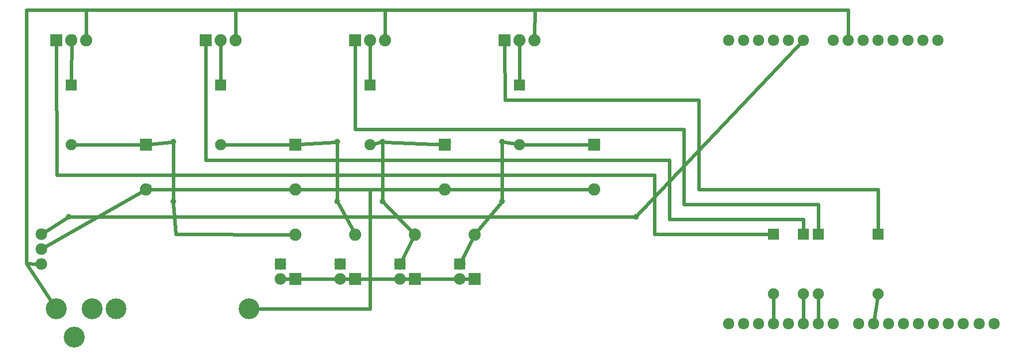
<source format=gbl>
G04 MADE WITH FRITZING*
G04 WWW.FRITZING.ORG*
G04 DOUBLE SIDED*
G04 HOLES PLATED*
G04 CONTOUR ON CENTER OF CONTOUR VECTOR*
%ASAXBY*%
%FSLAX23Y23*%
%MOIN*%
%OFA0B0*%
%SFA1.0B1.0*%
%ADD10C,0.075833*%
%ADD11C,0.082000*%
%ADD12C,0.075000*%
%ADD13C,0.078000*%
%ADD14C,0.138889*%
%ADD15C,0.140000*%
%ADD16C,0.039370*%
%ADD17R,0.082000X0.082000*%
%ADD18R,0.075000X0.075000*%
%ADD19R,0.078000X0.078000*%
%ADD20C,0.024000*%
%LNCOPPER0*%
G90*
G70*
G54D10*
X6555Y222D03*
X6455Y222D03*
X6348Y222D03*
X6248Y222D03*
X6148Y222D03*
X6048Y222D03*
X5948Y222D03*
X5848Y222D03*
X5748Y222D03*
X5648Y222D03*
X5478Y222D03*
X5378Y222D03*
X5278Y222D03*
X5178Y222D03*
X5078Y222D03*
X4978Y222D03*
X4878Y222D03*
X4778Y222D03*
X6178Y2122D03*
X6078Y2122D03*
X5978Y2122D03*
X5878Y2122D03*
X5778Y2122D03*
X5678Y2122D03*
X5578Y2122D03*
X5478Y2122D03*
X5278Y2122D03*
X5178Y2122D03*
X5078Y2122D03*
X4978Y2122D03*
X4878Y2122D03*
X4778Y2122D03*
G54D11*
X278Y2122D03*
X378Y2122D03*
X478Y2122D03*
X1278Y2122D03*
X1378Y2122D03*
X1478Y2122D03*
X2278Y2122D03*
X2378Y2122D03*
X2478Y2122D03*
X3278Y2122D03*
X3378Y2122D03*
X3478Y2122D03*
X1878Y1422D03*
X1878Y1122D03*
X878Y1422D03*
X878Y1122D03*
X3878Y1422D03*
X3878Y1122D03*
X2878Y1422D03*
X2878Y1122D03*
G54D12*
X378Y1822D03*
X378Y1422D03*
X5378Y822D03*
X5378Y422D03*
X5278Y822D03*
X5278Y422D03*
X5778Y822D03*
X5778Y422D03*
X3378Y1822D03*
X3378Y1422D03*
X2378Y1822D03*
X2378Y1422D03*
X1378Y1822D03*
X1378Y1422D03*
X5078Y822D03*
X5078Y422D03*
G54D13*
X1778Y622D03*
X1778Y522D03*
X2578Y622D03*
X2578Y522D03*
X2978Y622D03*
X2978Y522D03*
X2178Y622D03*
X2178Y522D03*
G54D11*
X1878Y522D03*
X1878Y820D03*
X3078Y522D03*
X3078Y820D03*
X2278Y522D03*
X2278Y820D03*
X2678Y522D03*
X2678Y820D03*
G54D14*
X678Y322D03*
X1566Y322D03*
G54D13*
X178Y822D03*
X178Y722D03*
X178Y622D03*
G54D15*
X518Y322D03*
X278Y322D03*
X398Y132D03*
G54D16*
X3262Y1041D03*
X3262Y1441D03*
X361Y940D03*
X4159Y940D03*
X2462Y1441D03*
X2462Y1041D03*
X2159Y1041D03*
X2159Y1441D03*
X1060Y1041D03*
X1060Y1441D03*
G54D17*
X278Y2122D03*
X1278Y2122D03*
X2278Y2122D03*
X3278Y2122D03*
X1878Y1422D03*
X878Y1422D03*
X3878Y1422D03*
X2878Y1422D03*
G54D18*
X378Y1822D03*
X5378Y822D03*
X5278Y822D03*
X5778Y822D03*
X3378Y1822D03*
X2378Y1822D03*
X1378Y1822D03*
X5078Y822D03*
G54D19*
X1778Y622D03*
X2578Y622D03*
X2978Y622D03*
X2178Y622D03*
G54D17*
X1878Y521D03*
X3078Y521D03*
X2278Y521D03*
X2678Y521D03*
G54D20*
X280Y1220D02*
X4280Y1220D01*
D02*
X4280Y823D02*
X5049Y822D01*
D02*
X4280Y1220D02*
X4280Y823D01*
D02*
X278Y2090D02*
X280Y1220D01*
D02*
X5279Y922D02*
X5278Y851D01*
D02*
X1279Y1320D02*
X4380Y1320D01*
D02*
X4380Y1320D02*
X4380Y922D01*
D02*
X4380Y922D02*
X5279Y922D01*
D02*
X1278Y2090D02*
X1279Y1320D01*
D02*
X4479Y1022D02*
X4479Y1524D01*
D02*
X5378Y1022D02*
X4479Y1022D01*
D02*
X4479Y1524D02*
X2278Y1524D01*
D02*
X2278Y1524D02*
X2278Y2090D01*
D02*
X5378Y851D02*
X5378Y1022D01*
D02*
X5776Y1121D02*
X5778Y851D01*
D02*
X3280Y1722D02*
X4577Y1722D01*
D02*
X4578Y1121D02*
X5776Y1121D01*
D02*
X4577Y1722D02*
X4578Y1121D01*
D02*
X3278Y2090D02*
X3280Y1722D01*
D02*
X3378Y2090D02*
X3378Y1851D01*
D02*
X2378Y2090D02*
X2378Y1851D01*
D02*
X1378Y2090D02*
X1378Y1851D01*
D02*
X380Y2125D02*
X378Y1851D01*
D02*
X397Y2148D02*
X380Y2125D01*
D02*
X1846Y1122D02*
X910Y1122D01*
D02*
X2377Y1121D02*
X1910Y1122D01*
D02*
X2846Y1122D02*
X2377Y1121D01*
D02*
X2910Y1122D02*
X3846Y1122D01*
D02*
X2378Y322D02*
X1608Y322D01*
D02*
X2378Y522D02*
X2378Y322D01*
D02*
X2377Y1121D02*
X2378Y522D01*
D02*
X76Y624D02*
X244Y373D01*
D02*
X76Y2324D02*
X76Y624D01*
D02*
X479Y2324D02*
X76Y2324D01*
D02*
X478Y2154D02*
X479Y2324D01*
D02*
X76Y624D02*
X148Y623D01*
D02*
X1478Y2324D02*
X1478Y2154D01*
D02*
X479Y2324D02*
X1478Y2324D01*
D02*
X2476Y2324D02*
X2478Y2154D01*
D02*
X1478Y2324D02*
X2476Y2324D01*
D02*
X2476Y2324D02*
X2478Y2154D01*
D02*
X3480Y2324D02*
X2476Y2324D01*
D02*
X3478Y2154D02*
X3480Y2324D01*
D02*
X5577Y2324D02*
X5578Y2150D01*
D02*
X3480Y2324D02*
X5577Y2324D01*
D02*
X2608Y522D02*
X2646Y522D01*
D02*
X2246Y522D02*
X2208Y522D01*
D02*
X1808Y522D02*
X1846Y522D01*
D02*
X2148Y522D02*
X1910Y522D01*
D02*
X3046Y522D02*
X3008Y522D01*
D02*
X2710Y522D02*
X2948Y522D01*
D02*
X2378Y522D02*
X2310Y522D01*
D02*
X2378Y522D02*
X2548Y522D01*
D02*
X3262Y1060D02*
X3262Y1422D01*
D02*
X3281Y1438D02*
X3350Y1427D01*
D02*
X3098Y845D02*
X3250Y1027D01*
D02*
X3063Y792D02*
X2991Y649D01*
D02*
X3846Y1422D02*
X3406Y1422D01*
D02*
X2880Y1423D02*
X2907Y1437D01*
D02*
X2481Y1440D02*
X2880Y1423D01*
D02*
X2406Y1429D02*
X2443Y1437D01*
D02*
X2475Y1028D02*
X2655Y843D01*
D02*
X2462Y1422D02*
X2462Y1060D01*
D02*
X2678Y821D02*
X2678Y852D01*
D02*
X2591Y649D02*
X2678Y821D01*
D02*
X345Y930D02*
X203Y839D01*
D02*
X4140Y940D02*
X380Y940D01*
D02*
X5258Y2102D02*
X4172Y954D01*
D02*
X1377Y1423D02*
X1846Y1422D01*
D02*
X1358Y1442D02*
X1377Y1423D01*
D02*
X2159Y1060D02*
X2159Y1422D01*
D02*
X2140Y1440D02*
X1910Y1424D01*
D02*
X2263Y848D02*
X2168Y1025D01*
D02*
X1078Y821D02*
X1846Y820D01*
D02*
X1061Y1022D02*
X1078Y821D01*
D02*
X1060Y1422D02*
X1060Y1060D01*
D02*
X910Y1426D02*
X1041Y1439D01*
D02*
X379Y1423D02*
X846Y1422D01*
D02*
X398Y1442D02*
X379Y1423D01*
D02*
X5078Y250D02*
X5078Y394D01*
D02*
X5278Y250D02*
X5278Y394D01*
D02*
X5378Y250D02*
X5378Y394D01*
D02*
X5752Y250D02*
X5774Y394D01*
D02*
X879Y1123D02*
X204Y737D01*
D02*
X900Y1145D02*
X879Y1123D01*
G04 End of Copper0*
M02*
</source>
